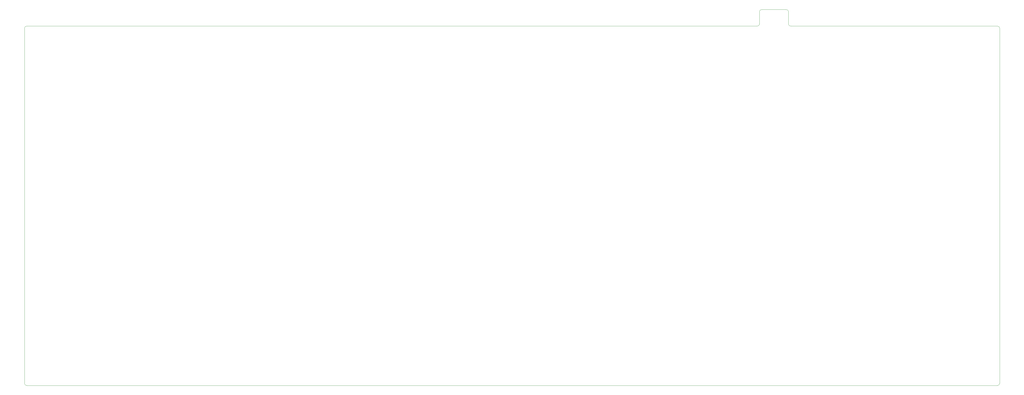
<source format=gm1>
G04 #@! TF.GenerationSoftware,KiCad,Pcbnew,(6.0.11)*
G04 #@! TF.CreationDate,2023-02-23T23:31:12+07:00*
G04 #@! TF.ProjectId,QCK,51434b2e-6b69-4636-9164-5f7063625858,rev?*
G04 #@! TF.SameCoordinates,Original*
G04 #@! TF.FileFunction,Profile,NP*
%FSLAX46Y46*%
G04 Gerber Fmt 4.6, Leading zero omitted, Abs format (unit mm)*
G04 Created by KiCad (PCBNEW (6.0.11)) date 2023-02-23 23:31:12*
%MOMM*%
%LPD*%
G01*
G04 APERTURE LIST*
G04 #@! TA.AperFunction,Profile*
%ADD10C,0.100000*%
G04 #@! TD*
G04 APERTURE END LIST*
D10*
X313928125Y-41275075D02*
G75*
G03*
X313134375Y-42068750I-25J-793725D01*
G01*
X31353125Y-184943750D02*
X31353125Y-48418750D01*
X31353100Y-184943750D02*
G75*
G03*
X32146875Y-185737500I793800J50D01*
G01*
X312340625Y-47624975D02*
G75*
G03*
X313134375Y-46831250I-25J793775D01*
G01*
X404415625Y-185737575D02*
G75*
G03*
X405209375Y-184943750I-25J793775D01*
G01*
X32146875Y-47625025D02*
G75*
G03*
X31353125Y-48418750I25J-793775D01*
G01*
X32146875Y-47625000D02*
X312340625Y-47625000D01*
X325040625Y-47625000D02*
X404415625Y-47625000D01*
X313134375Y-46831250D02*
X313134375Y-42068750D01*
X405209400Y-48418750D02*
G75*
G03*
X404415625Y-47625000I-793800J-50D01*
G01*
X324246875Y-42068750D02*
X324246875Y-46831250D01*
X324246800Y-46831250D02*
G75*
G03*
X325040625Y-47625000I793800J50D01*
G01*
X404415600Y-185737500D02*
X32146850Y-185737500D01*
X405209375Y-48418750D02*
X405209375Y-184943750D01*
X313928125Y-41275000D02*
X323453125Y-41275000D01*
X324246900Y-42068750D02*
G75*
G03*
X323453125Y-41275000I-793800J-50D01*
G01*
M02*

</source>
